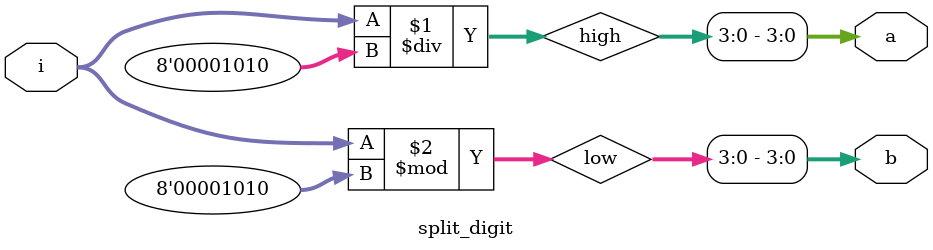
<source format=v>
/*
 * split_digit.v
 *
 * @project: ysyx
 * @author: Juntong Chen (dev@jtchen.io)
 * @created: 2024-12-21 14:35:44
 * @modified: 2024-12-21 14:35:52
 *
 * Copyright (c) 2024 Juntong Chen. All rights reserved.
 */

module split_digit(
    input [7:0] i,
    output [3:0] a,
    output [3:0] b
);
    wire [7:0] high, low;
    assign high = i / 8'd10;
    assign low = i % 8'd10;
    assign a = high[3:0];
    assign b = low[3:0];
endmodule

</source>
